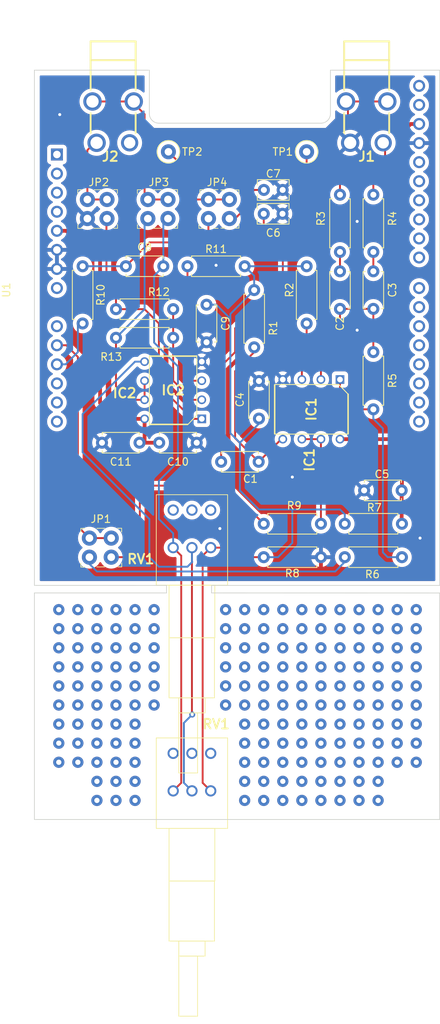
<source format=kicad_pcb>
(kicad_pcb (version 20211014) (generator pcbnew)
  (layers (0 "F.Cu" signal) (31 "B.Cu" signal) (34 "B.Paste" user) (35 "F.Paste" user) (36 "B.SilkS" user "B.Silkscreen") (37 "F.SilkS" user "F.Silkscreen") (38 "B.Mask" user) (39 "F.Mask" user) (44 "Edge.Cuts" user))
  (net 0 "")
  (net 1 "Net-(C1-Pad1)")
  (net 2 "Net-(C1-Pad2)")
  (net 3 "Net-(C2-Pad1)")
  (net 4 "Net-(C2-Pad2)")
  (net 5 "Net-(C3-Pad1)")
  (net 6 "GND")
  (net 7 "VDDA")
  (net 8 "Net-(C7-Pad1)")
  (net 9 "Net-(C8-Pad1)")
  (net 10 "+5V")
  (net 11 "Net-(IC1-Pad1)")
  (net 12 "Net-(IC1-Pad3)")
  (net 13 "Net-(IC1-Pad6)")
  (net 14 "Net-(IC2-Pad1)")
  (net 15 "Net-(IC2-Pad2)")
  (net 16 "Net-(IC2-Pad3)")
  (net 17 "Net-(IC2-Pad5)")
  (net 18 "Net-(IC2-Pad6)")
  (net 19 "Net-(J2-Pad1)")
  (net 20 "Net-(J2-Pad2)")
  (net 21 "Net-(J3-Pad2)")
  (net 22 "Net-(J6-Pad2)")
  (net 23 "Net-(J10-Pad1)")
  (net 24 "Net-(R4-Pad1)")
  (net 25 "Net-(R10-Pad1)")
  (net 31 "Net-(R3-Pad1)")
  (net 32 "Net-(C9-Pad2)")
  (net 33 "Net-(C9-Pad1)")
  (net 34 "Net-(C10-Pad2)")
  (footprint "TestPoint:TestPoint_THTPad_D1.5mm_Drill0.7mm" (layer "F.Cu") (at 105.41 156.845)
    (fp_text reference "REF**30" hide)
    (fp_text value "TestPoint_THTPad_D1.5mm_Drill0.7mm" hide)
  )
  (footprint "Capacitor_THT:C_Disc_D4.7mm_W2.5mm_P5.00mm" (layer "F.Cu") (at 99.02 127 180)
    (fp_text reference "C10")
    (fp_text value "0.1μ" hide)
  )
  (footprint "Capacitor_THT:C_Disc_D4.7mm_W2.5mm_P5.00mm" (layer "F.Cu") (at 89.575 103.505)
    (fp_text reference "C8")
    (fp_text value "0.1μ" hide)
  )
  (footprint "TestPoint:TestPoint_THTPad_D1.5mm_Drill0.7mm" (layer "F.Cu") (at 110.49 169.545)
    (fp_text reference "REF**82" hide)
    (fp_text value "TestPoint_THTPad_D1.5mm_Drill0.7mm" hide)
  )
  (footprint "TestPoint:TestPoint_THTPad_D1.5mm_Drill0.7mm" (layer "F.Cu") (at 120.65 169.545)
    (fp_text reference "REF**86" hide)
    (fp_text value "TestPoint_THTPad_D1.5mm_Drill0.7mm" hide)
  )
  (footprint "TestPoint:TestPoint_THTPad_D1.5mm_Drill0.7mm" (layer "F.Cu") (at 102.87 156.845)
    (fp_text reference "REF**30" hide)
    (fp_text value "TestPoint_THTPad_D1.5mm_Drill0.7mm" hide)
  )
  (footprint "TestPoint:TestPoint_THTPad_D1.5mm_Drill0.7mm" (layer "F.Cu") (at 128.27 156.845)
    (fp_text reference "REF**39" hide)
    (fp_text value "TestPoint_THTPad_D1.5mm_Drill0.7mm" hide)
  )
  (footprint "TestPoint:TestPoint_THTPad_D1.5mm_Drill0.7mm" (layer "F.Cu") (at 115.57 154.305)
    (fp_text reference "REF**24" hide)
    (fp_text value "TestPoint_THTPad_D1.5mm_Drill0.7mm" hide)
  )
  (footprint "TestPoint:TestPoint_THTPad_D1.5mm_Drill0.7mm" (layer "F.Cu") (at 128.27 164.465)
    (fp_text reference "REF**69" hide)
    (fp_text value "TestPoint_THTPad_D1.5mm_Drill0.7mm" hide)
  )
  (footprint "TestPoint:TestPoint_THTPad_D1.5mm_Drill0.7mm" (layer "F.Cu") (at 128.27 159.385)
    (fp_text reference "REF**49" hide)
    (fp_text value "TestPoint_THTPad_D1.5mm_Drill0.7mm" hide)
  )
  (footprint "TestPoint:TestPoint_THTPad_D1.5mm_Drill0.7mm" (layer "F.Cu") (at 110.49 164.465)
    (fp_text reference "REF**62" hide)
    (fp_text value "TestPoint_THTPad_D1.5mm_Drill0.7mm" hide)
  )
  (footprint "TestPoint:TestPoint_Loop_D2.50mm_Drill1.0mm" (layer "F.Cu") (at 113.665 88.265)
    (fp_text reference "TP1")
    (fp_text value "入力" hide)
  )
  (footprint "Library:Arduino_header" (layer "F.Cu") (at 100.715 68.305)
    (fp_text reference "U1")
    (fp_text value "Nucleo64-F446")
  )
  (footprint "TestPoint:TestPoint_THTPad_D1.5mm_Drill0.7mm" (layer "F.Cu") (at 120.65 154.305)
    (fp_text reference "REF**26" hide)
    (fp_text value "TestPoint_THTPad_D1.5mm_Drill0.7mm" hide)
  )
  (footprint "Resistor_THT:R_Axial_DIN0207_L6.3mm_D2.5mm_P7.62mm_Horizontal" (layer "F.Cu") (at 88.265 109.22)
    (fp_text reference "R12")
    (fp_text value "100k" hide)
  )
  (footprint "TestPoint:TestPoint_THTPad_D1.5mm_Drill0.7mm" (layer "F.Cu") (at 125.73 149.225)
    (fp_text reference "REF**8" hide)
    (fp_text value "TestPoint_THTPad_D1.5mm_Drill0.7mm" hide)
  )
  (footprint "Resistor_THT:R_Axial_DIN0207_L6.3mm_D2.5mm_P7.62mm_Horizontal" (layer "F.Cu") (at 83.82 111.125 90)
    (fp_text reference "R10")
    (fp_text value "6.8k" hide)
  )
  (footprint "Resistor_THT:R_Axial_DIN0207_L6.3mm_D2.5mm_P7.62mm_Horizontal" (layer "F.Cu") (at 106.68 114.3 90)
    (fp_text reference "R1")
    (fp_text value "100k" hide)
  )
  (footprint "Capacitor_THT:C_Disc_D4.7mm_W2.5mm_P5.00mm" (layer "F.Cu") (at 86.4 127)
    (fp_text reference "C11")
    (fp_text value "100μ" hide)
  )
  (footprint "RScomponents:MJ-8435" (layer "F.Cu") (at 121.666 76.0675)
    (fp_text reference "J1" hide)
    (fp_text value "MJ-8435" hide)
  )
  (footprint "TestPoint:TestPoint_THTPad_D1.5mm_Drill0.7mm" (layer "F.Cu") (at 123.19 161.925)
    (fp_text reference "REF**57" hide)
    (fp_text value "TestPoint_THTPad_D1.5mm_Drill0.7mm" hide)
  )
  (footprint "TestPoint:TestPoint_THTPad_D1.5mm_Drill0.7mm" (layer "F.Cu") (at 115.57 174.625)
    (fp_text reference "REF**104" hide)
    (fp_text value "TestPoint_THTPad_D1.5mm_Drill0.7mm" hide)
  )
  (footprint "TestPoint:TestPoint_THTPad_D1.5mm_Drill0.7mm" (layer "F.Cu") (at 118.11 174.625)
    (fp_text reference "REF**105" hide)
    (fp_text value "TestPoint_THTPad_D1.5mm_Drill0.7mm" hide)
  )
  (footprint "Resistor_THT:R_Axial_DIN0207_L6.3mm_D2.5mm_P7.62mm_Horizontal" (layer "F.Cu") (at 118.11 93.98 -90)
    (fp_text reference "R3")
    (fp_text value "47k" hide)
  )
  (footprint "TestPoint:TestPoint_THTPad_D1.5mm_Drill0.7mm" (layer "F.Cu") (at 118.11 169.545)
    (fp_text reference "REF**85" hide)
    (fp_text value "TestPoint_THTPad_D1.5mm_Drill0.7mm" hide)
  )
  (footprint "TestPoint:TestPoint_THTPad_D1.5mm_Drill0.7mm" (layer "F.Cu") (at 120.65 161.925)
    (fp_text reference "REF**56" hide)
    (fp_text value "TestPoint_THTPad_D1.5mm_Drill0.7mm" hide)
  )
  (footprint "TestPoint:TestPoint_THTPad_D1.5mm_Drill0.7mm" (layer "F.Cu") (at 107.95 164.465)
    (fp_text reference "REF**61" hide)
    (fp_text value "TestPoint_THTPad_D1.5mm_Drill0.7mm" hide)
  )
  (footprint "TestPoint:TestPoint_THTPad_D1.5mm_Drill0.7mm" (layer "F.Cu") (at 88.265 159.385)
    (fp_text reference "REF**46" hide)
    (fp_text value "TestPoint_THTPad_D1.5mm_Drill0.7mm" hide)
  )
  (footprint "TestPoint:TestPoint_THTPad_D1.5mm_Drill0.7mm" (layer "F.Cu") (at 107.95 149.225)
    (fp_text reference "REF**1" hide)
    (fp_text value "TestPoint_THTPad_D1.5mm_Drill0.7mm" hide)
  )
  (footprint "TestPoint:TestPoint_THTPad_D1.5mm_Drill0.7mm" (layer "F.Cu") (at 90.805 172.085)
    (fp_text reference "REF**97" hide)
    (fp_text value "TestPoint_THTPad_D1.5mm_Drill0.7mm" hide)
  )
  (footprint "TestPoint:TestPoint_THTPad_D1.5mm_Drill0.7mm" (layer "F.Cu") (at 88.265 172.085)
    (fp_text reference "REF**96" hide)
    (fp_text value "TestPoint_THTPad_D1.5mm_Drill0.7mm" hide)
  )
  (footprint "Capacitor_THT:C_Disc_D4.7mm_W2.5mm_P5.00mm" (layer "F.Cu") (at 107.275 129.54 180)
    (fp_text reference "C1")
    (fp_text value "0.1μ" hide)
  )
  (footprint "TestPoint:TestPoint_THTPad_D1.5mm_Drill0.7mm" (layer "F.Cu") (at 85.725 149.225)
    (fp_text reference "REF**5" hide)
    (fp_text value "TestPoint_THTPad_D1.5mm_Drill0.7mm" hide)
  )
  (footprint "TestPoint:TestPoint_THTPad_D1.5mm_Drill0.7mm" (layer "F.Cu") (at 115.57 156.845)
    (fp_text reference "REF**34" hide)
    (fp_text value "TestPoint_THTPad_D1.5mm_Drill0.7mm" hide)
  )
  (footprint "TestPoint:TestPoint_THTPad_D1.5mm_Drill0.7mm" (layer "F.Cu") (at 115.57 169.545)
    (fp_text reference "REF**84" hide)
    (fp_text value "TestPoint_THTPad_D1.5mm_Drill0.7mm" hide)
  )
  (footprint "TestPoint:TestPoint_THTPad_D1.5mm_Drill0.7mm" (layer "F.Cu") (at 107.95 161.925)
    (fp_text reference "REF**51" hide)
    (fp_text value "TestPoint_THTPad_D1.5mm_Drill0.7mm" hide)
  )
  (footprint "digikey-footprints:PinHeader_1x2_P2.54mm_Drill1.02mm" (layer "F.Cu") (at 100.585 97.155 90)
    (fp_text reference "JP4")
    (fp_text value "22-23-2021" hide)
  )
  (footprint "TestPoint:TestPoint_THTPad_D1.5mm_Drill0.7mm" (layer "F.Cu") (at 90.805 156.845)
    (fp_text reference "REF**37" hide)
    (fp_text value "TestPoint_THTPad_D1.5mm_Drill0.7mm" hide)
  )
  (footprint "TestPoint:TestPoint_THTPad_D1.5mm_Drill0.7mm" (layer "F.Cu") (at 118.11 159.385)
    (fp_text reference "REF**45" hide)
    (fp_text value "TestPoint_THTPad_D1.5mm_Drill0.7mm" hide)
  )
  (footprint "TestPoint:TestPoint_THTPad_D1.5mm_Drill0.7mm" (layer "F.Cu") (at 83.185 167.005)
    (fp_text reference "REF**74" hide)
    (fp_text value "TestPoint_THTPad_D1.5mm_Drill0.7mm" hide)
  )
  (footprint "TestPoint:TestPoint_THTPad_D1.5mm_Drill0.7mm" (layer "F.Cu") (at 110.49 174.625)
    (fp_text reference "REF**102" hide)
    (fp_text value "TestPoint_THTPad_D1.5mm_Drill0.7mm" hide)
  )
  (footprint "TestPoint:TestPoint_THTPad_D1.5mm_Drill0.7mm" (layer "F.Cu") (at 80.645 167.005)
    (fp_text reference "REF**73" hide)
    (fp_text value "TestPoint_THTPad_D1.5mm_Drill0.7mm" hide)
  )
  (footprint "TestPoint:TestPoint_THTPad_D1.5mm_Drill0.7mm" (layer "F.Cu") (at 123.19 151.765)
    (fp_text reference "REF**17" hide)
    (fp_text value "TestPoint_THTPad_D1.5mm_Drill0.7mm" hide)
  )
  (footprint "TestPoint:TestPoint_THTPad_D1.5mm_Drill0.7mm" (layer "F.Cu") (at 113.03 172.085)
    (fp_text reference "REF**93" hide)
    (fp_text value "TestPoint_THTPad_D1.5mm_Drill0.7mm" hide)
  )
  (footprint "TestPoint:TestPoint_THTPad_D1.5mm_Drill0.7mm" (layer "F.Cu") (at 105.41 161.925)
    (fp_text reference "REF**50" hide)
    (fp_text value "TestPoint_THTPad_D1.5mm_Drill0.7mm" hide)
  )
  (footprint "TestPoint:TestPoint_THTPad_D1.5mm_Drill0.7mm" (layer "F.Cu") (at 123.19 167.005)
    (fp_text reference "REF**77" hide)
    (fp_text value "TestPoint_THTPad_D1.5mm_Drill0.7mm" hide)
  )
  (footprint "TestPoint:TestPoint_THTPad_D1.5mm_Drill0.7mm" (layer "F.Cu") (at 85.725 172.085)
    (fp_text reference "REF**95" hide)
    (fp_text value "TestPoint_THTPad_D1.5mm_Drill0.7mm" hide)
  )
  (footprint "TestPoint:TestPoint_THTPad_D1.5mm_Drill0.7mm" (layer "F.Cu") (at 123.19 174.625)
    (fp_text reference "REF**107" hide)
    (fp_text value "TestPoint_THTPad_D1.5mm_Drill0.7mm" hide)
  )
  (footprint "TestPoint:TestPoint_THTPad_D1.5mm_Drill0.7mm" (layer "F.Cu") (at 88.265 149.225)
    (fp_text reference "REF**6" hide)
    (fp_text value "TestPoint_THTPad_D1.5mm_Drill0.7mm" hide)
  )
  (footprint "Resistor_THT:R_Axial_DIN0207_L6.3mm_D2.5mm_P7.62mm_Horizontal" (layer "F.Cu") (at 115.57 137.795 180)
    (fp_text reference "R9")
    (fp_text value "22" hide)
  )
  (footprint "TestPoint:TestPoint_THTPad_D1.5mm_Drill0.7mm" (layer "F.Cu") (at 85.725 151.765)
    (fp_text reference "REF**15" hide)
    (fp_text value "TestPoint_THTPad_D1.5mm_Drill0.7mm" hide)
  )
  (footprint "TestPoint:TestPoint_THTPad_D1.5mm_Drill0.7mm" (layer "F.Cu") (at 80.645 149.225)
    (fp_text reference "REF**3" hide)
    (fp_text value "TestPoint_THTPad_D1.5mm_Drill0.7mm" hide)
  )
  (footprint "TestPoint:TestPoint_THTPad_D1.5mm_Drill0.7mm" (layer "F.Cu") (at 88.265 174.625)
    (fp_text reference "REF**106" hide)
    (fp_text value "TestPoint_THTPad_D1.5mm_Drill0.7mm" hide)
  )
  (footprint "TestPoint:TestPoint_THTPad_D1.5mm_Drill0.7mm" (layer "F.Cu") (at 110.49 172.085)
    (fp_text reference "REF**92" hide)
    (fp_text value "TestPoint_THTPad_D1.5mm_Drill0.7mm" hide)
  )
  (footprint "TestPoint:TestPoint_THTPad_D1.5mm_Drill0.7mm" (layer "F.Cu") (at 113.03 156.845)
    (fp_text reference "REF**33" hide)
    (fp_text value "TestPoint_THTPad_D1.5mm_Drill0.7mm" hide)
  )
  (footprint "TestPoint:TestPoint_THTPad_D1.5mm_Drill0.7mm" (layer "F.Cu") (at 118.11 161.925)
    (fp_text reference "REF**55" hide)
    (fp_text value "TestPoint_THTPad_D1.5mm_Drill0.7mm" hide)
  )
  (footprint "TestPoint:TestPoint_THTPad_D1.5mm_Drill0.7mm" (layer "F.Cu") (at 125.73 159.385)
    (fp_text reference "REF**48" hide)
    (fp_text value "TestPoint_THTPad_D1.5mm_Drill0.7mm" hide)
  )
  (footprint "TestPoint:TestPoint_THTPad_D1.5mm_Drill0.7mm" (layer "F.Cu") (at 125.73 156.845)
    (fp_text reference "REF**38" hide)
    (fp_text value "TestPoint_THTPad_D1.5mm_Drill0.7mm" hide)
  )
  (footprint "TestPoint:TestPoint_THTPad_D1.5mm_Drill0.7mm" (layer "F.Cu") (at 115.57 167.005)
    (fp_text reference "REF**74" hide)
    (fp_text value "TestPoint_THTPad_D1.5mm_Drill0.7mm" hide)
  )
  (footprint "TestPoint:TestPoint_Loop_D2.50mm_Drill1.0mm" (layer "F.Cu") (at 95.25 88.265)
    (fp_text reference "TP2")
    (fp_text value "出力" hide)
  )
  (footprint "TestPoint:TestPoint_THTPad_D1.5mm_Drill0.7mm" (layer "F.Cu") (at 90.805 161.925)
    (fp_text reference "REF**57" hide)
    (fp_text value "TestPoint_THTPad_D1.5mm_Drill0.7mm" hide)
  )
  (footprint "TestPoint:TestPoint_THTPad_D1.5mm_Drill0.7mm" (layer "F.Cu") (at 123.19 154.305)
    (fp_text reference "REF**27" hide)
    (fp_text value "TestPoint_THTPad_D1.5mm_Drill0.7mm" hide)
  )
  (footprint "TestPoint:TestPoint_THTPad_D1.5mm_Drill0.7mm" (layer "F.Cu") (at 128.27 151.765)
    (fp_text reference "REF**19" hide)
    (fp_text value "TestPoint_THTPad_D1.5mm_Drill0.7mm" hide)
  )
  (footprint "TestPoint:TestPoint_THTPad_D1.5mm_Drill0.7mm" (layer "F.Cu") (at 125.73 154.305)
    (fp_text reference "REF**28" hide)
    (fp_text value "TestPoint_THTPad_D1.5mm_Drill0.7mm" hide)
  )
  (footprint "TestPoint:TestPoint_THTPad_D1.5mm_Drill0.7mm" (layer "F.Cu") (at 110.49 159.385)
    (fp_text reference "REF**42" hide)
    (fp_text value "TestPoint_THTPad_D1.5mm_Drill0.7mm" hide)
  )
  (footprint "TestPoint:TestPoint_THTPad_D1.5mm_Drill0.7mm" (layer "F.Cu") (at 107.95 172.085)
    (fp_text reference "REF**91" hide)
    (fp_text value "TestPoint_THTPad_D1.5mm_Drill0.7mm" hide)
  )
  (footprint "TestPoint:TestPoint_THTPad_D1.5mm_Drill0.7mm" (layer "F.Cu") (at 85.725 161.925)
    (fp_text reference "REF**55" hide)
    (fp_text value "TestPoint_THTPad_D1.5mm_Drill0.7mm" hide)
  )
  (footprint "TestPoint:TestPoint_THTPad_D1.5mm_Drill0.7mm" (layer "F.Cu") (at 118.11 156.845)
    (fp_text reference "REF**35" hide)
    (fp_text value "TestPoint_THTPad_D1.5mm_Drill0.7mm" hide)
  )
  (footprint "TestPoint:TestPoint_THTPad_D1.5mm_Drill0.7mm" (layer "F.Cu") (at 113.03 167.005)
    (fp_text reference "REF**73" hide)
    (fp_text value "TestPoint_THTPad_D1.5mm_Drill0.7mm" hide)
  )
  (footprint "Capacitor_THT:C_Rect_L4.0mm_W2.5mm_P2.50mm" (layer "F.Cu") (at 107.97 93.345)
    (fp_text reference "C7")
    (fp_text value "0.001μ(mila)" hide)
  )
  (footprint "TestPoint:TestPoint_THTPad_D1.5mm_Drill0.7mm" (layer "F.Cu") (at 123.19 172.085)
    (fp_text reference "REF**97" hide)
    (fp_text value "TestPoint_THTPad_D1.5mm_Drill0.7mm" hide)
  )
  (footprint "RScomponents:MJ-8435" (layer "F.Cu") (at 87.884 76.0675)
    (fp_text reference "J2")
    (fp_text value "MJ-8435" hide)
  )
  (footprint "Resistor_THT:R_Axial_DIN0207_L6.3mm_D2.5mm_P7.62mm_Horizontal" (layer "F.Cu") (at 118.745 142.24)
    (fp_text reference "R6")
    (fp_text value "22" hide)
  )
  (footprint "TestPoint:TestPoint_THTPad_D1.5mm_Drill0.7mm" (layer "F.Cu") (at 128.27 167.005)
    (fp_text reference "REF**79" hide)
    (fp_text value "TestPoint_THTPad_D1.5mm_Drill0.7mm" hide)
  )
  (footprint "TestPoint:TestPoint_THTPad_D1.5mm_Drill0.7mm" (layer "F.Cu") (at 105.41 154.305)
    (fp_text reference "REF**20" hide)
    (fp_text value "TestPoint_THTPad_D1.5mm_Drill0.7mm" hide)
  )
  (footprint "digikey-footprints:PinHeader_1x2_P2.54mm_Drill1.02mm" (layer "F.Cu") (at 95.195 97.1525 90)
    (fp_text reference "JP3")
    (fp_text value "22-23-2021" hide)
  )
  (footprint "TestPoint:TestPoint_THTPad_D1.5mm_Drill0.7mm" (layer "F.Cu") (at 105.41 167.005)
    (fp_text reference "REF**70" hide)
    (fp_text value "TestPoint_THTPad_D1.5mm_Drill0.7mm" hide)
  )
  (footprint "TestPoint:TestPoint_THTPad_D1.5mm_Drill0.7mm" (layer "F.Cu") (at 83.185 156.845)
    (fp_text reference "REF**34" hide)
    (fp_text value "TestPoint_THTPad_D1.5mm_Drill0.7mm" hide)
  )
  (footprint "TestPoint:TestPoint_THTPad_D1.5mm_Drill0.7mm" (layer "F.Cu") (at 93.345 161.925)
    (fp_text reference "REF**50" hide)
    (fp_text value "TestPoint_THTPad_D1.5mm_Drill0.7mm" hide)
  )
  (footprint "TestPoint:TestPoint_THTPad_D1.5mm_Drill0.7mm" (layer "F.Cu") (at 120.65 167.005)
    (fp_text reference "REF**76" hide)
    (fp_text value "TestPoint_THTPad_D1.5mm_Drill0.7mm" hide)
  )
  (footprint "TestPoint:TestPoint_THTPad_D1.5mm_Drill0.7mm" (layer "F.Cu") (at 120.65 149.225)
    (fp_text reference "REF**6" hide)
    (fp_text value "TestPoint_THTPad_D1.5mm_Drill0.7mm" hide)
  )
  (footprint "TestPoint:TestPoint_THTPad_D1.5mm_Drill0.7mm" (layer "F.Cu") (at 118.11 154.305)
    (fp_text reference "REF**25" hide)
    (fp_text value "TestPoint_THTPad_D1.5mm_Drill0.7mm" hide)
  )
  (footprint "TestPoint:TestPoint_THTPad_D1.5mm_Drill0.7mm" (layer "F.Cu") (at 102.87 159.385)
    (fp_text reference "REF**40" hide)
    (fp_text value "TestPoint_THTPad_D1.5mm_Drill0.7mm" hide)
  )
  (footprint "digikey-footprints:PinHeader_1x2_P2.54mm_Drill1.02mm" (layer "F.Cu") (at 87.63 142.24 90)
    (fp_text reference "JP1")
    (fp_text value "22-23-2021" hide)
  )
  (footprint "TestPoint:TestPoint_THTPad_D1.5mm_Drill0.7mm" (layer "F.Cu") (at 120.65 156.845)
    (fp_text reference "REF**36" hide)
    (fp_text value "TestPoint_THTPad_D1.5mm_Drill0.7mm" hide)
  )
  (footprint "TestPoint:TestPoint_THTPad_D1.5mm_Drill0.7mm" (layer "F.Cu") (at 83.185 159.385)
    (fp_text reference "REF**44" hide)
    (fp_text value "TestPoint_THTPad_D1.5mm_Drill0.7mm" hide)
  )
  (footprint "TestPoint:TestPoint_THTPad_D1.5mm_Drill0.7mm" (layer "F.Cu") (at 83.185 154.305)
    (fp_text reference "REF**24" hide)
    (fp_text value "TestPoint_THTPad_D1.5mm_Drill0.7mm" hide)
  )
  (footprint "TestPoint:TestPoint_THTPad_D1.5mm_Drill0.7mm" (layer "F.Cu") (at 125.73 169.545)
    (fp_text reference "REF**88" hide)
    (fp_text value "TestPoint_THTPad_D1.5mm_Drill0.7mm" hide)
  )
  (footprint "TestPoint:TestPoint_THTPad_D1.5mm_Drill0.7mm" (layer "F.Cu") (at 107.95 156.845)
    (fp_text reference "REF**31" hide)
    (fp_text value "TestPoint_THTPad_D1.5mm_Drill0.7mm" hide)
  )
  (footprint "TestPoint:TestPoint_THTPad_D1.5mm_Drill0.7mm" (layer "F.Cu") (at 123.19 169.545)
    (fp_text reference "REF**87" hide)
    (fp_text value "TestPoint_THTPad_D1.5mm_Drill0.7mm" hide)
  )
  (footprint "MountingHole:MountingHole_2.5mm" (layer "F.Cu") (at 127.254 173.482)
    (fp_text reference "REF**" hide)
    (fp_text value "MountingHole_2.5mm" hide)
  )
  (footprint "TestPoint:TestPoint_THTPad_D1.5mm_Drill0.7mm" (layer "F.Cu") (at 83.185 149.225)
    (fp_text reference "REF**4" hide)
    (fp_text value "TestPoint_THTPad_D1.5mm_Drill0.7mm" hide)
  )
  (footprint "Resistor_THT:R_Axial_DIN0207_L6.3mm_D2.5mm_P7.62mm_Horizontal" (layer "F.Cu") (at 126.365 137.795 180)
    (fp_text reference "R7")
    (fp_text value "220k" hide)
  )
  (footprint "TestPoint:TestPoint_THTPad_D1.5mm_Drill0.7mm" (layer "F.Cu") (at 125.73 151.765)
    (fp_text reference "REF**18" hide)
    (fp_text value "TestPoint_THTPad_D1.5mm_Drill0.7mm" hide)
  )
  (footprint "TestPoint:TestPoint_THTPad_D1.5mm_Drill0.7mm" (layer "F.Cu") (at 107.95 151.765)
    (fp_text reference "REF**11" hide)
    (fp_text value "TestPoint_THTPad_D1.5mm_Drill0.7mm" hide)
  )
  (footprint "TestPoint:TestPoint_THTPad_D1.5mm_Drill0.7mm" (layer "F.Cu") (at 123.19 149.225)
    (fp_text reference "REF**7" hide)
    (fp_text value "TestPoint_THTPad_D1.5mm_Drill0.7mm" hide)
  )
  (footprint "TestPoint:TestPoint_THTPad_D1.5mm_Drill0.7mm" (layer "F.Cu") (at 88.265 154.305)
    (fp_text reference "REF**26" hide)
    (fp_text value "TestPoint_THTPad_D1.5mm_Drill0.7mm" hide)
  )
  (footprint "TestPoint:TestPoint_THTPad_D1.5mm_Drill0.7mm" (layer "F.Cu") (at 88.265 151.765)
    (fp_text reference "REF**16" hide)
    (fp_text value "TestPoint_THTPad_D1.5mm_Drill0.7mm" hide)
  )
  (footprint "TestPoint:TestPoint_THTPad_D1.5mm_Drill0.7mm" (layer "F.Cu") (at 102.87 161.925)
    (fp_text reference "REF**50" hide)
    (fp_text value "TestPoint_THTPad_D1.5mm_Drill0.7mm" hide)
  )
  (footprint "TestPoint:TestPoint_THTPad_D1.5mm_Drill0.7mm" (layer "F.Cu") (at 102.87 149.225)
    (fp_text reference "REF**" hide)
    (fp_text value "TestPoint_THTPad_D1.5mm_Drill0.7mm" hide)
  )
  (footprint "TestPoint:TestPoint_THTPad_D1.5mm_Drill0.7mm" (layer "F.Cu") (at 93.345 159.385)
    (fp_text reference "REF**40" hide)
    (fp_text value "TestPoint_THTPad_D1.5mm_Drill0.7mm" hide)
  )
  (footprint "Resistor_THT:R_Axial_DIN0207_L6.3mm_D2.5mm_P7.62mm_Horizontal" (layer "F.Cu") (at 107.95 142.24)
    (fp_text reference "R8")
    (fp_text value "220k" hide)
  )
  (footprint "TestPoint:TestPoint_THTPad_D1.5mm_Drill0.7mm" (layer "F.Cu") (at 105.41 159.385)
    (fp_text reference "REF**40" hide)
    (fp_text value "TestPoint_THTPad_D1.5mm_Drill0.7mm" hide)
  )
  (footprint "Resistor_THT:R_Axial_DIN0207_L6.3mm_D2.5mm_P7.62mm_Horizontal" (layer "F.Cu") (at 88.265 113.03)
    (fp_text reference "R13")
    (fp_text value "100k" hide)
  )
  (footprint "TestPoint:TestPoint_THTPad_D1.5mm_Drill0.7mm" (layer "F.Cu") (at 120.65 159.385)
    (fp_text reference "REF**46" hide)
    (fp_text value "TestPoint_THTPad_D1.5mm_Drill0.7mm" hide)
  )
  (footprint "Resistor_THT:R_Axial_DIN0207_L6.3mm_D2.5mm_P7.62mm_Horizontal" (layer "F.Cu") (at 105.41 103.505 180)
    (fp_text reference "R11")
    (fp_text value "100k" hide)
  )
  (footprint "TestPoint:TestPoint_THTPad_D1.5mm_Drill0.7mm" (layer "F.Cu") (at 115.57 172.085)
    (fp_text reference "REF**94" hide)
    (fp_text value "TestPoint_THTPad_D1.5mm_Drill0.7mm" hide)
  )
  (footprint "TestPoint:TestPoint_THTPad_D1.5mm_Drill0.7mm" (layer "F.Cu") (at 118.11 172.085)
    (fp_text reference "REF**95" hide)
    (fp_text value "TestPoint_THTPad_D1.5mm_Drill0.7mm" hide)
  )
  (footprint "TestPoint:TestPoint_THTPad_D1.5mm_Drill0.7mm" (layer "F.Cu") (at 118.11 151.765)
    (fp_text reference "REF**15" hide)
    (fp_text value "TestPoint_THTPad_D1.5mm_Drill0.7mm" hide)
  )
  (footprint "TestPoint:TestPoint_THTPad_D1.5mm_Drill0.7mm" (layer "F.Cu") (at 90.805 159.385)
    (fp_text reference "REF**47" hide)
    (fp_text value "TestPoint_THTPad_D1.5mm_Drill0.7mm" hide)
  )
  (footprint "TestPoint:TestPoint_THTPad_D1.5mm_Drill0.7mm" (layer "F.Cu") (at 80.645 159.385)
    (fp_text reference "REF**43" hide)
    (fp_text value "TestPoint_THTPad_D1.5mm_Drill0.7mm" hide)
  )
  (footprint "TestPoint:TestPoint_THTPad_D1.5mm_Drill0.7mm" (layer "F.Cu") (at 83.185 151.765)
    (fp_text reference "REF**14" hide)
    (fp_text value "TestPoint_THTPad_D1.5mm_Drill0.7mm" hide)
  )
  (footprint "TestPoint:TestPoint_THTPad_D1.5mm_Drill0.7mm" (layer "F.Cu") (at 113.03 161.925)
    (fp_text reference "REF**53" hide)
    (fp_text value "TestPoint_THTPad_D1.5mm_Drill0.7mm" hide)
  )
  (footprint "TestPoint:TestPoint_THTPad_D1.5mm_Drill0.7mm" (layer "F.Cu") (at 107.95 154.305)
    (fp_text reference "REF**21" hide)
    (fp_text value "TestPoint_THTPad_D1.5mm_Drill0.7mm" hide)
  )
  (footprint "digikey-footprints:PinHeader_1x2_P2.54mm_Drill1.02mm" (layer "F.Cu") (at 84.7235 139.7 -90)
    (fp_text reference "J3" hide)
    (fp_text value "22-23-2021" hide)
  )
  (footprint "TestPoint:TestPoint_THTPad_D1.5mm_Drill0.7mm" (layer "F.Cu") (at 90.805 167.005)
    (fp_text reference "REF**77" hide)
    (fp_text value "TestPoint_THTPad_D1.5mm_Drill0.7mm" hide)
  )
  (footprint "TestPoint:TestPoint_THTPad_D1.5mm_Drill0.7mm" (layer "F.Cu") (at 115.57 164.465)
    (fp_text reference "REF**64" hide)
    (fp_text value "TestPoint_THTPad_D1.5mm_Drill0.7mm" hide)
  )
  (footprint "TestPoint:TestPoint_THTPad_D1.5mm_Drill0.7mm" (layer "F.Cu") (at 125.73 161.925)
    (fp_text reference "REF**58" hide)
    (fp_text value "TestPoint_THTPad_D1.5mm_Drill0.7mm" hide)
  )
  (footprint "TestPoint:TestPoint_THTPad_D1.5mm_Drill0.7mm" (layer "F.Cu") (at 123.19 156.845)
    (fp_text reference "REF**37" hide)
    (fp_text value "TestPoint_THTPad_D1.5mm_Drill0.7mm" hide)
  )
  (footprint "TestPoint:TestPoint_THTPad_D1.5mm_Drill0.7mm" (layer "F.Cu") (at 105.41 169.545)
    (fp_text reference "REF**80" hide)
    (fp_text value "TestPoint_THTPad_D1.5mm_Drill0.7mm" hide)
  )
  (footprint "TestPoint:TestPoint_THTPad_D1.5mm_Drill0.7mm" (layer "F.Cu") (at 128.27 154.305)
    (fp_text reference "REF**29" hide)
    (fp_text value "TestPoint_THTPad_D1.5mm_Drill0.7mm" hide)
  )
  (footprint "TestPoint:TestPoint_THTPad_D1.5mm_Drill0.7mm" (layer "F.Cu") (at 115.57 159.385)
    (fp_text reference "REF**44" hide)
    (fp_text value "TestPoint_THTPad_D1.5mm_Drill0.7mm" hide)
  )
  (footprint "TestPoint:TestPoint_THTPad_D1.5mm_Drill0.7mm" (layer "F.Cu") (at 105.41 172.085)
    (fp_text reference "REF**90" hide)
    (fp_text value "TestPoint_THTPad_D1.5mm_Drill0.7mm" hide)
  )
  (footprint "TestPoint:TestPoint_THTPad_D1.5mm_Drill0.7mm" (layer "F.Cu") (at 118.11 164.465)
    (fp_text reference "REF**65" hide)
    (fp_text value "TestPoint_THTPad_D1.5mm_Drill0.7mm" hide)
  )
  (footprint "TestPoint:TestPoint_THTPad_D1.5mm_Drill0.7mm" (layer "F.Cu") (at 102.87 151.765)
    (fp_text reference "REF**10" hide)
    (fp_text value "TestPoint_THTPad_D1.5mm_Drill0.7mm" hide)
  )
  (footprint "digikey-footprints:PinHeader_1x2_P2.54mm_Drill1.02mm" (layer "F.Cu") (at 103.374 97.155 90)
    (fp_text reference "J5" hide)
    (fp_text value "22-23-2021" hide)
  )
  (footprint "TestPoint:TestPoint_THTPad_D1.5mm_Drill0.7mm" (layer "F.Cu") (at 113.03 151.765)
    (fp_text reference "REF**13" hide)
    (fp_text value "TestPoint_THTPad_D1.5mm_Drill0.7mm" hide)
  )
  (footprint "TestPoint:TestPoint_THTPad_D1.5mm_Drill0.7mm" (layer "F.Cu") (at 118.11 167.005)
    (fp_text reference "REF**75" hide)
    (fp_text value "TestPoint_THTPad_D1.5mm_Drill0.7mm" hide)
  )
  (footprint "TestPoint:TestPoint_THTPad_D1.5mm_Drill0.7mm" (layer "F.Cu") (at 123.19 164.465)
    (fp_text reference "REF**67" hide)
    (fp_text value "TestPoint_THTPad_D1.5mm_Drill0.7mm" hide)
  )
  (footprint "TestPoint:TestPoint_THTPad_D1.5mm_Drill0.7mm" (layer "F.Cu") (at 83.185 169.545)
    (fp_text reference "REF**84" hide)
    (fp_text value "TestPoint_THTPad_D1.5mm_Drill0.7mm" hide)
  )
  (footprint "TestPoint:TestPoint_THTPad_D1.5mm_Drill0.7mm" (layer "F.Cu") (at 128.27 161.925)
    (fp_text reference "REF**59" hide)
    (fp_text value "TestPoint_THTPad_D1.5mm_Drill0.7mm" hide)
  )
  (footprint "TestPoint:TestPoint_THTPad_D1.5mm_Drill0.7mm" (layer "F.Cu") (at 105.41 174.625)
    (fp_text reference "REF**100" hide)
    (fp_text value "TestPoint_THTPad_D1.5mm_Drill0.7mm" hide)
  )
  (footprint "TestPoint:TestPoint_THTPad_D1.5mm_Drill0.7mm" (layer "F.Cu") (at 115.57 151.765)
    (fp_text reference "REF**14" hide)
    (fp_text value "TestPoint_THTPad_D1.5mm_Drill0.7mm" hide)
  )
  (footprint "TestPoint:TestPoint_THTPad_D1.5mm_Drill0.7mm" (layer "F.Cu") (at 90.805 174.625)
    (fp_text reference "REF**107" hide)
    (fp_text value "TestPoint_THTPad_D1.5mm_Drill0.7mm" hide)
  )
  (footprint "TestPoint:TestPoint_THTPad_D1.5mm_Drill0.7mm" (layer "F.Cu") (at 115.57 149.225)
    (fp_text reference "REF**4" hide)
    (fp_text value "TestPoint_THTPad_D1.5mm_Drill0.7mm" hide)
  )
  (footprint "TestPoint:TestPoint_THTPad_D1.5mm_Drill0.7mm" (layer "F.Cu") (at 115.57 161.925)
    (fp_text reference "REF**54" hide)
    (fp_text value "TestPoint_THTPad_D1.5mm_Drill0.7mm" hide)
  )
  (footprint "TestPoint:TestPoint_THTPad_D1.5mm_Drill0.7mm" (layer "F.Cu") (at 88.265 156.845)
    (fp_text reference "REF**36" hide)
    (fp_text value "TestPoint_THTPad_D1.5mm_Drill0.7mm" hide)
  )
  (footprint "TestPoint:TestPoint_THTPad_D1.5mm_Drill0.7mm" (layer "F.Cu") (at 80.645 164.465)
    (fp_text reference "REF**63" hide)
    (fp_text value "TestPoint_THTPad_D1.5mm_Drill0.7mm" hide)
  )
  (footprint "TestPoint:TestPoint_THTPad_D1.5mm_Drill0.7mm" (layer "F.Cu") (at 110.49 161.925)
    (fp_text reference "REF**52" hide)
    (fp_text value "TestPoint_THTPad_D1.5mm_Drill0.7mm" hide)
  )
  (footprint "TestPoint:TestPoint_THTPad_D1.5mm_Drill0.7mm" (layer "F.Cu") (at 85.725 159.385)
    (fp_text reference "REF**45" hide)
    (fp_text value "TestPoint_THTPad_D1.5mm_Drill0.7mm" hide)
  )
  (footprint "TestPoint:TestPoint_THTPad_D1.5mm_Drill0.7mm" (layer "F.Cu") (at 85.725 164.465)
    (fp_text reference "REF**65" hide)
    (fp_text value "TestPoint_THTPad_D1.5mm_Drill0.7mm" hide)
  )
  (footprint "TestPoint:TestPoint_THTPad_D1.5mm_Drill0.7mm" (layer "F.Cu") (at 123.19 159.385)
    (fp_text reference "REF**47" hide)
    (fp_text value "TestPoint_THTPad_D1.5mm_Drill0.7mm" hide)
  )
  (footprint "Capacitor_THT:C_Rect_L4.0mm_W2.5mm_P2.50mm" (layer "F.Cu") (at 107.95 96.52)
    (fp_text reference "C6")
    (fp_text value "0.0047μ(mila)" hide)
  )
  (footprint "Capacitor_THT:C_Disc_D4.7mm_W2.5mm_P5.00mm" (layer "F.Cu") (at 122.555 104.18 -90)
    (fp_text reference "C3")
    (fp_text value "1μ" hide)
  )
  (footprint "TestPoint:TestPoint_THTPad_D1.5mm_Drill0.7mm" (layer "F.Cu") (at 80.645 161.925)
    (fp_text reference "REF**53" hide)
    (fp_text value "TestPoint_THTPad_D1.5mm_Drill0.7mm" hide)
  )
  (footprint "TestPoint:TestPoint_THTPad_D1.5mm_Drill0.7mm" (layer "F.Cu") (at 80.645 154.305)
    (fp_text reference "REF**23" hide)
    (fp_text value "TestPoint_THTPad_D1.5mm_Drill0.7mm" hide)
  )
  (footprint "RScomponents:RK097221004C" (layer "F.Cu") (at 95.885 173.355 -90)
    (fp_text reference "RV1")
    (fp_text value "R_Potentiometer" hide)
  )
  (footprint "TestPoint:TestPoint_THTPad_D1.5mm_Drill0.7mm" (layer "F.Cu") (at 120.65 151.765)
    (fp_text reference "REF**16" hide)
    (fp_text value "TestPoint_THTPad_D1.5mm_Drill0.7mm" hide)
  )
  (footprint "TestPoint:TestPoint_THTPad_D1.5mm_Drill0.7mm" (layer "F.Cu") (at 113.03 164.465)
    (fp_text reference "REF**63" hide)
    (fp_text value "TestPoint_THTPad_D1.5mm_Drill0.7mm" hide)
  )
  (footprint "TestPoint:TestPoint_THTPad_D1.5mm_Drill0.7mm" (layer "F.Cu") (at 90.805 169.545)
    (fp_text reference "REF**87" hide)
    (fp_text value "TestPoint_THTPad_D1.5mm_Drill0.7mm" hide)
  )
  (footprint "TestPoint:TestPoint_THTPad_D1.5mm_Drill0.7mm" (layer "F.Cu") (at 90.805 154.305)
    (fp_text reference "REF**27" hide)
    (fp_text value "TestPoint_THTPad_D1.5mm_Drill0.7mm" hide)
  )
  (footprint "TestPoint:TestPoint_THTPad_D1.5mm_Drill0.7mm" (layer "F.Cu") (at 102.87 154.305)
    (fp_text reference "REF**20" hide)
    (fp_text value "TestPoint_THTPad_D1.5mm_Drill0.7mm" hide)
  )
  (footprint "TestPoint:TestPoint_THTPad_D1.5mm_Drill0.7mm" (layer "F.Cu") (at 105.41 164.465)
    (fp_text reference "REF**60" hide)
    (fp_text value "TestPoint_THTPad_D1.5mm_Drill0.7mm" hide)
  )
  (footprint "TestPoint:TestPoint_THTPad_D1.5mm_Drill0.7mm" (layer "F.Cu") (at 110.49 151.765)
    (fp_text reference "REF**12" hide)
    (fp_text value "TestPoint_THTPad_D1.5mm_Drill0.7mm" hide)
  )
  (footprint "TestPoint:TestPoint_THTPad_D1.5mm_Drill0.7mm" (layer "F.Cu") (at 88.265 164.465)
    (fp_text reference "REF**66" hide)
    (fp_text value "TestPoint_THTPad_D1.5mm_Drill0.7mm" hide)
  )
  (footprint "TestPoint:TestPoint_THTPad_D1.5mm_Drill0.7mm" (layer "F.Cu") (at 105.41 151.765)
    (fp_text reference "REF**10" hide)
    (fp_text value "TestPoint_THTPad_D1.5mm_Drill0.7mm" hide)
  )
  (footprint "TestPoint:TestPoint_THTPad_D1.5mm_Drill0.7mm" (layer "F.Cu") (at 107.95 169.545)
    (fp_text reference "REF**81" hide)
    (fp_text value "TestPoint_THTPad_D1.5mm_Drill0.7mm" hide)
  )
  (footprint "TestPoint:TestPoint_THTPad_D1.5mm_Drill0.7mm" (layer "F.Cu") (at 118.11 149.225)
    (fp_text reference "REF**5" hide)
    (fp_text value "TestPoint_THTPad_D1.5mm_Drill0.7mm" hide)
  )
  (footprint "Capacitor_THT:C_Disc_D4.7mm_W2.5mm_P5.00mm" (layer "F.Cu") (at 100.33 113.625 90)
    (fp_text reference "C9")
    (fp_text value "1μ" hide)
  )
  (footprint "TestPoint:TestPoint_THTPad_D1.5mm_Drill0.7mm" (layer "F.Cu") (at 120.65 164.465)
    (fp_text reference "REF**66" hide)
    (fp_text value "TestPoint_THTPad_D1.5mm_Drill0.7mm" hide)
  )
  (footprint "TestPoint:TestPoint_THTPad_D1.5mm_Drill0.7mm" (layer "F.Cu") (at 80.645 151.765)
    (fp_text reference "REF**13" hide)
    (fp_text value "TestPoint_THTPad_D1.5mm_Drill0.7mm" hide)
  )
  (footprint "TestPoint:TestPoint_THTPad_D1.5mm_Drill0.7mm" (layer "F.Cu") (at 90.805 151.765)
    (fp_text reference "REF**17" hide)
    (fp_text value "TestPoint_THTPad_D1.5mm_Drill0.7mm" hide)
  )
  (footprint "TestPoint:TestPoint_THTPad_D1.5mm_Drill0.7mm" (layer "F.Cu") (at 93.345 154.305)
    (fp_text reference "REF**20" hide)
    (fp_text value "TestPoint_THTPad_D1.5mm_Drill0.7mm" hide)
  )
  (footprint "TestPoint:TestPoint_THTPad_D1.5mm_Drill0.7mm" (layer "F.Cu") (at 113.03 154.305)
    (fp_text reference "REF**23" hide)
    (fp_text value "TestPoint_THTPad_D1.5mm_Drill0.7mm" hide)
  )
  (footprint "RScomponents:DIP762W56P254L880H425Q8N" (layer "F.Cu") (at 95.885 120.015 180)
    (fp_text reference "IC2")
    (fp_text value "NJU7043D" hide)
  )
  (footprint "TestPoint:TestPoint_THTPad_D1.5mm_Drill0.7mm" (layer "F.Cu") (at 80.645 169.545)
    (fp_text reference "REF**83" hide)
    (fp_text value "TestPoint_THTPad_D1.5mm_Drill0.7mm" hide)
  )
  (footprint "Resistor_THT:R_Axial_DIN0207_L6.3mm_D2.5mm_P7.62mm_Horizontal" (layer "F.Cu") (at 113.665 103.505 -90)
    (fp_text reference "R2")
    (fp_text value "100k" hide)
  )
  (footprint "Capacitor_THT:C_Disc_D4.7mm_W2.5mm_P5.00mm" (layer "F.Cu") (at 107.315 118.785 -90)
    (fp_text reference "C4")
    (fp_text value "1μ" hide)
  )
  (footprint "TestPoint:TestPoint_THTPad_D1.5mm_Drill0.7mm" (layer "F.Cu") (at 85.725 169.545)
    (fp_text reference "REF**85" hide)
    (fp_text value "TestPoint_THTPad_D1.5mm_Drill0.7mm" hide)
  )
  (footprint "TestPoint:TestPoint_THTPad_D1.5mm_Drill0.7mm" (layer "F.Cu") (at 125.73 164.465)
    (fp_text reference "REF**68" hide)
    (fp_text value "TestPoint_THTPad_D1.5mm_Drill0.7mm" hide)
  )
  (footprint "TestPoint:TestPoint_THTPad_D1.5mm_Drill0.7mm" (layer "F.Cu") (at 90.805 164.465)
    (fp_text reference "REF**67" hide)
    (fp_text value "TestPoint_THTPad_D1.5mm_Drill0.7mm" hide)
  )
  (footprint "TestPoint:TestPoint_THTPad_D1.5mm_Drill0.7mm" (layer "F.Cu") (at 93.345 156.845)
    (fp_text reference "REF**30" hide)
    (fp_text value "TestPoint_THTPad_D1.5mm_Drill0.7mm" hide)
  )
  (footprint "TestPoint:TestPoint_THTPad_D1.5mm_Drill0.7mm" (layer "F.Cu") (at 110.49 154.305)
    (fp_text reference "REF**22" hide)
    (fp_text value "TestPoint_THTPad_D1.5mm_Drill0.7mm" hide)
  )
  (footprint "TestPoint:TestPoint_THTPad_D1.5mm_Drill0.7mm" (layer "F.Cu") (at 113.03 149.225)
    (fp_text reference "REF**3" hide)
    (fp_text value "TestPoint_THTPad_D1.5mm_Drill0.7mm" hide)
  )
  (footprint "TestPoint:TestPoint_THTPad_D1.5mm_Drill0.7mm" (layer "F.Cu") (at 85.725 154.305)
    (fp_text reference "REF**25" hide)
    (fp_text value "TestPoint_THTPad_D1.5mm_Drill0.7mm" hide)
  )
  (footprint "TestPoint:TestPoint_THTPad_D1.5mm_Drill0.7mm" (layer "F.Cu") (at 83.185 161.925)
    (fp_text reference "REF**54" hide)
    (fp_text value "TestPoint_THTPad_D1.5mm_Drill0.7mm" hide)
  )
  (footprint "Capacitor_THT:C_Disc_D4.7mm_W2.5mm_P5.00mm" (layer "F.Cu") (at 121.325 133.35)
    (fp_text reference "C5")
    (fp_text value "0.1μ" hide)
  )
  (footprint "MountingHole:MountingHole_2.5mm" (layer "F.Cu") (at 81.788 173.482)
    (fp_text reference "REF**" hide)
    (fp_text value "MountingHole_2.5mm" hide)
  )
  (footprint "TestPoint:TestPoint_THTPad_D1.5mm_Drill0.7mm" (layer "F.Cu") (at 128.27 169.545)
    (fp_text reference "REF**89" hide)
    (fp_text value "TestPoint_THTPad_D1.5mm_Drill0.7mm" hide)
  )
  (footprint "TestPoint:TestPoint_THTPad_D1.5mm_Drill0.7mm" (layer "F.Cu") (at 110.49 149.225)
    (fp_text reference "REF**2" hide)
    (fp_text value "TestPoint_THTPad_D1.5mm_Drill0.7mm" hide)
  )
  (footprint "digikey-footprints:PinHeader_1x2_P2.54mm_Drill1.02mm" (layer "F.Cu") (at 84.455 94.615 -90)
    (fp_text reference "JP2")
    (fp_text value "22-23-2021" hide)
  )
  (footprint "TestPoint:TestPoint_THTPad_D1.5mm_Drill0.7mm" (layer "F.Cu") (at 88.265 167.005)
    (fp_text reference "REF**76" hide)
    (fp_text value "TestPoint_THTPad_D1.5mm_Drill0.7mm" hide)
  )
  (footprint "TestPoint:TestPoint_THTPad_D1.5mm_Drill0.7mm" (layer "F.Cu") (at 93.345 151.765)
    (fp_text reference "REF**10" hide)
    (fp_text value "TestPoint_THTPad_D1.5mm_Drill0.7mm" hide)
  )
  (footprint "TestPoint:TestPoint_THTPad_D1.5mm_Drill0.7mm" (layer "F.Cu") (at 85.725 156.845)
    (fp_text reference "REF**35" hide)
    (fp_text value "TestPoint_THTPad_D1.5mm_Drill0.7mm" hide)
  )
  (footprint "TestPoint:TestPoint_THTPad_D1.5mm_Drill0.7mm" (layer "F.Cu") (at 85.725 167.005)
    (fp_text reference "REF**75" hide)
    (fp_text value "TestPoint_THTPad_D1.5mm_Drill0.7mm" hide)
  )
  (footprint "Resistor_THT:R_Axial_DIN0207_L6.3mm_D2.5mm_P7.62mm_Horizontal" (layer "F.Cu") (at 122.555 114.935 -90)
    (fp_text reference "R5")
    (fp_text value "100k" hide)
  )
  (footprint "Capacitor_THT:C_Disc_D4.7mm_W2.5mm_P5.00mm" (layer "F.Cu") (at 118.11 104.18 -90)
    (fp_text reference "C2")
    (fp_text value "1μ" hide)
  )
  (footprint "TestPoint:TestPoint_THTPad_D1.5mm_Drill0.7mm" (layer "F.Cu") (at 110.49 156.845)
    (fp_text reference "REF**32" hide)
    (fp_text value "TestPoint_THTPad_D1.5mm_Drill0.7mm" hide)
  )
  (footprint "TestPoint:TestPoint_THTPad_D1.5mm_Drill0.7mm" (layer "F.Cu") (at 83.185 164.465)
    (fp_text reference "REF**64" hide)
    (fp_text value "TestPoint_THTPad_D1.5mm_Drill0.7mm" hide)
  )
  (footprint "TestPoint:TestPoint_THTPad_D1.5mm_Drill0.7mm" (layer "F.Cu") (at 113.03 159.385)
    (fp_text reference "REF**43" hide)
    (fp_text value "TestPoint_THTPad_D1.5mm_Drill0.7mm" hide)
  )
  (footprint "TestPoint:TestPoint_THTPad_D1.5mm_Drill0.7mm" (layer "F.Cu") (at 85.725 174.625)
    (fp_text reference "REF**105" hide)
    (fp_text value "TestPoint_THTPad_D1.5mm_Drill0.7mm" hide)
  )
  (footprint "TestPoint:TestPoint_THTPad_D1.5mm_Drill0.7mm" (layer "F.Cu") (at 128.27 149.225)
    (fp_text reference "REF**9" hide)
    (fp_text value "TestPoint_THTPad_D1.5mm_Drill0.7mm" hide)
  )
  (footprint "TestPoint:TestPoint_THTPad_D1.5mm_Drill0.7mm" (layer "F.Cu") (at 90.805 149.225)
    (fp_text reference "REF**7" hide)
    (fp_text value "TestPoint_THTPad_D1.5mm_Drill0.7mm" hide)
  )
  (footprint "RScomponents:DIP794W56P254L946H432Q8N" (layer "F.Cu") (at 114.3 122.555 -90)
    (fp_text reference "IC1")
    (fp_text value "MCP6022-I_P" hide)
  )
  (footprint "TestPoint:TestPoint_THTPad_D1.5mm_Drill0.7mm" (layer "F.Cu") (at 120.65 174.625)
    (fp_text reference "REF**106" hide)
    (fp_text value "TestPoint_THTPad_D1.5mm_Drill0.7mm" hide)
  )
  (footprint "TestPoint:TestPoint_THTPad_D1.5mm_Drill0.7mm" (layer "F.Cu") (at 113.03 174.625)
    (fp_text reference "REF**103" hide)
    (fp_text value "TestPoint_THTPad_D1.5mm_Drill0.7mm" hide)
  )
  (footprint "digikey-footprints:PinHeader_1x2_P2.54mm_Drill1.02mm" (layer "F.Cu") (at 87.067 97.155 90)
    (fp_text reference "J6" hide)
    (fp_text value "22-23-2021" hide)
  )
  (footprint "digikey-footprints:PinHeader_1x2_P2.54mm_Drill1.02mm" (layer "F.Cu") (at 92.511 94.62 -90)
    (fp_text reference "J10" hide)
    (fp_text value "22-23-2021" hide)
  )
  (footprint "TestPoint:TestPoint_THTPad_D1.5mm_Drill0.7mm" (layer "F.Cu") (at 88.265 169.545)
    (fp_text reference "REF**86" hide)
    (fp_text value "TestPoint_THTPad_D1.5mm_Drill0.7mm" hide)
  )
  (footprint "TestPoint:TestPoint_THTPad_D1.5mm_Drill0.7mm" (layer "F.Cu") (at 93.345 149.225)
    (fp_text reference "REF**" hide)
    (fp_text value "TestPoint_THTPad_D1.5mm_Drill0.7mm" hide)
  )
  (footprint "TestPoint:TestPoint_THTPad_D1.5mm_Drill0.7mm" (layer "F.Cu") (at 110.49 167.005)
    (fp_text reference "REF**72" hide)
    (fp_text value "TestPoint_THTPad_D1.5mm_Drill0.7mm" hide)
  )
  (footprint "TestPoint:TestPoint_THTPad_D1.5mm_Drill0.7mm" (layer "F.Cu") (at 80.645 156.845)
    (fp_text reference "REF**33" hide)
    (fp_text value "TestPoint_THTPad_D1.5mm_Drill0.7mm" hide)
  )
  (footprint "TestPoint:TestPoint_THTPad_D1.5mm_Drill0.7mm" (layer "F.Cu") (at 88.265 161.925)
    (fp_text reference "REF**56" hide)
    (fp_text value "TestPoint_THTPad_D1.5mm_Drill0.7mm" hide)
  )
  (footprint "TestPoint:TestPoint_THTPad_D1.5mm_Drill0.7mm" (layer "F.Cu") (at 105.41 149.225)
    (fp_text reference "REF**" hide)
    (fp_text value "TestPoint_THTPad_D1.5mm_Drill0.7mm" hide)
  )
  (footprint "TestPoint:TestPoint_THTPad_D1.5mm_Drill0.7mm" (layer "F.Cu") (at 107.95 174.625)
    (fp_text reference "REF**101" hide)
    (fp_text value "TestPoint_THTPad_D1.5mm_Drill0.7mm" hide)
  )
  (footprint "TestPoint:TestPoint_THTPad_D1.5mm_Drill0.7mm" (layer "F.Cu") (at 107.95 159.385)
    (fp_text reference "REF**41" hide)
    (fp_text value "TestPoint_THTPad_D1.5mm_Drill0.7mm" hide)
  )
  (footprint "TestPoint:TestPoint_THTPad_D1.5mm_Drill0.7mm" (layer "F.Cu") (at 120.65 172.085)
    (fp_text reference "REF**96" hide)
    (fp_text value "TestPoint_THTPad_D1.5mm_Drill0.7mm" hide)
  )
  (footprint "TestPoint:TestPoint_THTPad_D1.5mm_Drill0.7mm" (layer "F.Cu") (at 107.95 167.005)
    (fp_text reference "REF**71" hide)
    (fp_text value "TestPoint_THTPad_D1.5mm_Drill0.7mm" hide)
  )
  (footprint "TestPoint:TestPoint_THTPad_D1.5mm_Drill0.7mm" (layer "F.Cu") (at 125.73 167.005)
    (fp_text reference "REF**78" hide)
    (fp_text value "TestPoint_THTPad_D1.5mm_Drill0.7mm" hide)
  )
  (footprint "RScomponents:RK097221004C" (layer "F.Cu") (at 95.885 140.97 -90)
    (fp_text reference "RV1")
    (fp_text value "R_Potentiometer" hide)
  )
  (footprint "TestPoint:TestPoint_THTPad_D1.5mm_Drill0.7mm" (layer "F.Cu") (at 113.03 169.545)
    (fp_text reference "REF**83" hide)
    (fp_text value "TestPoint_THTPad_D1.5mm_Drill0.7mm" hide)
  )
  (footprint "Resistor_THT:R_Axial_DIN0207_L6.3mm_D2.5mm_P7.62mm_Horizontal" (layer "F.Cu") (at 122.555 93.98 -90)
    (fp_text reference "R4")
    (fp_text value "47k" hide)
  )
  (gr_line (start 101 147) (end 131.395438 147.007192) (layer "Edge.Cuts") (width 0.1))
  (gr_line (start 77.4 177.165) (end 77.4 146.999999) (layer "Edge.Cuts") (width 0.1))
  (gr_line (start 92.71 83.185) (end 92.71 77.4) (layer "Edge.Cuts") (width 0.1))
  (gr_line (start 77.4 177.165) (end 131.4 177.165) (layer "Edge.Cuts") (width 0.1))
  (gr_line (start 131.409824 146.000175) (end 101 146) (layer "Edge.Cuts") (width 0.1))
  (gr_line (start 95 146) (end 77.410525 145.996578) (layer "Edge.Cuts") (width 0.1))
  (gr_line (start 131.395438 147.007192) (end 131.395438 177.165) (layer "Edge.Cuts") (width 0.1))
  (gr_line (start 116.84 83.185) (end 116.84 77.4) (layer "Edge.Cuts") (width 0.1))
  (gr_arc (start 93.98 84.455) (mid 93.081974 84.083026) (end 92.71 83.185) (layer "Edge.Cuts") (width 0.1))
  (gr_line (start 131.4 77.4) (end 131.4 146.000175) (layer "Edge.Cuts") (width 0.1))
  (gr_line (start 77.4 77.4) (end 77.4 145.996578) (layer "Edge.Cuts") (width 0.1))
  (gr_line (start 95 147) (end 95 146) (layer "Edge.Cuts") (width 0.1))
  (gr_arc (start 116.84 83.185) (mid 116.468026 84.083026) (end 115.57 84.455) (layer "Edge.Cuts") (width 0.1))
  (gr_line (start 116.84 77.4) (end 131.4 77.4) (layer "Edge.Cuts") (width 0.1))
  (gr_line (start 101 146) (end 101 147) (layer "Edge.Cuts") (width 0.1))
  (gr_line (start 77.388946 146.999999) (end 95 147) (layer "Edge.Cuts") (width 0.1))
  (gr_line (start 115.57 84.455) (end 93.98 84.455) (layer "Edge.Cuts") (width 0.1))
  (gr_line (start 77.4 77.4) (end 92.71 77.4) (layer "Edge.Cuts") (width 0.1))
  (segment (start 104.14 126.405) (end 104.14 117.475) (width 0.25) (layer "F.Cu") (net 1))
  (segment (start 104.14 117.475) (end 106.68 114.935) (width 0.25) (layer "F.Cu") (net 1))
  (segment (start 110.29 126.525) (end 110.49 126.525) (width 0.25) (layer "F.Cu") (net 1))
  (segment (start 106.68 114.935) (end 106.68 114.3) (width 0.25) (layer "F.Cu") (net 1))
  (segment (start 107.275 129.54) (end 110.29 126.525) (width 0.25) (layer "F.Cu") (net 1))
  (segment (start 107.275 129.54) (end 104.14 126.405) (width 0.25) (layer "F.Cu") (net 1))
  (segment (start 104.14 114.935) (end 104.14 111.76) (width 0.25) (layer "F.Cu") (net 2))
  (segment (start 110.49 102.235) (end 113.665 99.06) (width 0.25) (layer "F.Cu") (net 2))
  (segment (start 107.95 110.49) (end 110.49 107.95) (width 0.25) (layer "F.Cu") (net 2))
  (segment (start 110.49 107.95) (end 110.49 102.235) (width 0.25) (layer "F.Cu") (net 2))
  (segment (start 102.275 116.8) (end 104.14 114.935) (width 0.25) (layer "F.Cu") (net 2))
  (segment (start 104.14 111.76) (end 105.41 110.49) (width 0.25) (layer "F.Cu") (net 2))
  (segment (start 102.275 129.54) (end 102.275 116.8) (width 0.25) (layer "F.Cu") (net 2))
  (segment (start 113.665 99.06) (end 113.665 88.265) (width 0.25) (layer "F.Cu") (net 2))
  (segment (start 105.41 110.49) (end 107.95 110.49) (width 0.25) (layer "F.Cu") (net 2))
  (segment (start 118.11 104.18) (end 118.11 101.6) (width 0.25) (layer "F.Cu") (net 3))
  (segment (start 115.57 117.475) (end 118.11 114.935) (width 0.25) (layer "F.Cu") (net 4))
  (segment (start 118.11 114.935) (end 118.11 109.18) (width 0.25) (layer "F.Cu") (net 4))
  (segment (start 118.11 109.18) (end 122.555 109.18) (width 0.25) (layer "F.Cu") (net 4))
  (segment (start 115.57 118.585) (end 115.57 117.475) (width 0.25) (layer "F.Cu") (net 4))
  (segment (start 122.555 109.18) (end 122.555 114.935) (width 0.25) (layer "F.Cu") (net 4))
  (segment (start 122.555 104.18) (end 122.555 101.6) (width 0.25) (layer "F.Cu") (net 5))
  (via (at 80.772 83.312) (size 0.8) (drill 0.4) (layers "F.Cu" "B.Cu") (net 6))
  (via (at 102.108 138.43) (size 0.8) (drill 0.4) (layers "F.Cu" "B.Cu") (net 6))
  (via (at 128.778 139.7) (size 0.8) (drill 0.4) (layers "F.Cu" "B.Cu") (net 6))
  (via (at 120.396 97.536) (size 0.8) (drill 0.4) (layers "F.Cu" "B.Cu") (net 6))
  (via (at 111.76 131.572) (size 0.8) (drill 0.4) (layers "F.Cu" "B.Cu") (net 6))
  (via (at 101.6 103.378) (size 0.8) (drill 0.4) (layers "F.Cu" "B.Cu") (net 6))
  (via (at 120.396 112.014) (size 0.8) (drill 0.4) (layers "F.Cu" "B.Cu") (net 6))
  (segment (start 127.525 84.565) (end 126.365 85.725) (width 0.5) (layer "F.Cu") (net 7))
  (segment (start 118.11 126.525) (end 126.205 126.525) (width 0.5) (layer "F.Cu") (net 7))
  (segment (start 126.205 126.525) (end 126.365 126.365) (width 0.25) (layer "F.Cu") (net 7))
  (segment (start 126.365 126.365) (end 126.365 133.31) (width 0.5) (layer "F.Cu") (net 7))
  (segment (start 126.325 137.755) (end 126.365 137.795) (width 0.25) (layer "F.Cu") (net 7))
  (segment (start 126.365 133.31) (end 126.325 133.35) (width 0.25) (layer "F.Cu") (net 7))
  (segment (start 128.655 84.565) (end 127.525 84.565) (width 0.5) (layer "F.Cu") (net 7))
  (segment (start 126.325 133.35) (end 126.325 137.755) (width 0.5) (layer "F.Cu") (net 7))
  (segment (start 126.365 85.725) (end 126.365 126.365) (width 0.5) (layer "F.Cu") (net 7))
  (segment (start 126.365 126.365) (end 126.325 126.405) (width 0.25) (layer "F.Cu") (net 7))
  (segment (start 128.545 84.455) (end 128.655 84.565) (width 0.25) (layer "B.Cu") (net 7))
  (segment (start 107.95 98.425) (end 107.95 96.52) (width 0.25) (layer "F.Cu") (net 8))
  (segment (start 106.68 99.695) (end 107.95 98.425) (width 0.25) (layer "F.Cu") (net 8))
  (segment (start 100.58 99.31) (end 100.965 99.695) (width 0.25) (layer "F.Cu") (net 8))
  (segment (start 100.58 97.155) (end 100.58 99.31) (width 0.25) (layer "F.Cu") (net 8))
  (segment (start 100.965 99.695) (end 106.68 99.695) (width 0.25) (layer "F.Cu") (net 8))
  (segment (start 106.045 95.25) (end 106.045 93.98) (width 0.25) (layer "F.Cu") (net 9))
  (segment (start 104.14 97.155) (end 106.045 95.25) (width 0.25) (layer "F.Cu") (net 9))
  (segment (start 103.12 97.155) (end 104.14 97.155) (width 0.25) (layer "F.Cu") (net 9))
  (segment (start 106.68 93.345) (end 107.97 93.345) (width 0.25) (layer "F.Cu") (net 9))
  (segment (start 106.045 93.98) (end 106.68 93.345) (width 0.25) (layer "F.Cu") (net 9))
  (segment (start 92.075 123.825) (end 92.075 126.96) (width 0.5) (layer "F.Cu") (net 10))
  (segment (start 91.4 127) (end 94.02 127) (width 0.5) (layer "F.Cu") (net 10))
  (segment (start 86.147906 101.747421) (end 86.147906 121.707906) (width 0.5) (layer "F.Cu") (net 10))
  (segment (start 86.147906 121.707906) (end 88.265 123.825) (width 0.5) (layer "F.Cu") (net 10))
  (segment (start 80.395 98.785) (end 81.64 98.785) (width 0.5) (layer "F.Cu") (net 10))
  (segment (start 81.64 98.785) (end 83.185 100.33) (width 0.5) (layer "F.Cu") (net 10))
  (segment (start 83.185 100.33) (end 84.730485 100.33) (width 0.5) (layer "F.Cu") (net 10))
  (segment (start 84.730485 100.33) (end 86.147906 101.747421) (width 0.5) (layer "F.Cu") (net 10))
  (segment (start 88.265 123.825) (end 92.075 123.825) (width 0.5) (layer "F.Cu") (net 10))
  (segment (start 120.65 122.555) (end 122.555 122.555) (width 0.25) (layer "F.Cu") (net 11))
  (segment (start 118.11 120.015) (end 120.65 122.555) (width 0.25) (layer "F.Cu") (net 11))
  (segment (start 118.11 118.585) (end 118.11 120.015) (width 0.25) (layer "F.Cu") (net 11))
  (segment (start 124.46 142.24) (end 126.365 142.24) (width 0.25) (layer "B.Cu") (net 11))
  (segment (start 122.555 122.555) (end 122.555 123.825) (width 0.25) (layer "B.Cu") (net 11))
  (segment (start 122.555 123.825) (end 123.825 125.095) (width 0.25) (layer "B.Cu") (net 11))
  (segment (start 123.825 141.605) (end 124.46 142.24) (width 0.25) (layer "B.Cu") (net 11))
  (segment (start 123.825 125.095) (end 123.825 141.605) (width 0.25) (layer "B.Cu") (net 11))
  (segment (start 113.03 117.475) (end 113.665 116.84) (width 0.25) (layer "F.Cu") (net 12))
  (segment (start 113.03 118.585) (end 113.03 117.475) (width 0.25) (layer "F.Cu") (net 12))
  (segment (start 113.665 116.84) (end 113.665 111.125) (width 0.25) (layer "F.Cu") (net 12))
  (segment (start 115.57 137.795) (end 115.57 126.525) (width 0.25) (layer "F.Cu") (net 13))
  (segment (start 113.03 126.525) (end 115.57 126.525) (width 0.25) (layer "F.Cu") (net 13))
  (segment (start 88.265 107.315) (end 86.995 106.045) (width 0.25) (layer "F.Cu") (net 14))
  (segment (start 88.265 109.22) (end 92.075 109.22) (width 0.25) (layer "F.Cu") (net 14))
  (segment (start 92.075 109.22) (end 93.98 111.125) (width 0.25) (layer "F.Cu") (net 14))
  (segment (start 93.98 111.125) (end 93.98 119.38) (width 0.25) (layer "F.Cu") (net 14))
  (segment (start 86.995 106.045) (end 86.995 97.155) (width 0.25) (layer "F.Cu") (net 14))
  (segment (start 93.98 119.38) (end 98.425 123.825) (width 0.25) (layer "F.Cu") (net 14))
  (segment (start 98.425 123.825) (end 99.695 123.825) (width 0.25) (layer "F.Cu") (net 14))
  (segment (start 88.265 109.22) (end 88.265 107.315) (width 0.25) (layer "F.Cu") (net 14))
  (segment (start 98.425 121.285) (end 99.695 121.285) (width 0.25) (layer "F.Cu") (net 15))
  (segment (start 95.885 113.03) (end 95.885 118.745) (width 0.25) (layer "F.Cu") (net 15))
  (segment (start 95.885 118.745) (end 98.425 121.285) (width 0.25) (layer "F.Cu") (net 15))
  (segment (start 95.885 109.22) (end 95.885 113.03) (width 0.25) (layer "F.Cu") (net 15))
  (segment (start 97.79 118.11) (end 98.425 118.745) (width 0.25) (layer "F.Cu") (net 16))
  (segment (start 98.425 118.745) (end 99.695 118.745) (width 0.25) (layer "F.Cu") (net 16))
  (segment (start 97.79 103.505) (end 97.79 118.11) (width 0.25) (layer "F.Cu") (net 16))
  (segment (start 98.385 140.97) (end 98.385 163.155) (width 0.25) (layer "F.Cu") (net 17))
  (segment (start 98.385 163.155) (end 98.425 163.195) (width 0.25) (layer "F.Cu") (net 17))
  (via (at 98.425 163.195) (size 0.8) (drill 0.4) (layers "F.Cu" "B.Cu") (net 17))
  (segment (start 83.82 123.19) (end 90.805 116.205) (width 0.25) (layer "B.Cu") (net 17))
  (segment (start 97.310489 164.309511) (end 97.310489 172.280489) (width 0.25) (layer "B.Cu") (net 17))
  (segment (start 98.385 140.97) (end 98.385 142.835) (width 0.25) (layer "B.Cu") (net 17))
  (segment (start 93.98 143.51) (end 92.71 142.24) (width 0.25) (layer "B.Cu") (net 17))
  (segment (start 90.805 116.205) (end 92.075 116.205) (width 0.25) (layer "B.Cu") (net 17))
  (segment (start 97.310489 172.280489) (end 98.385 173.355) (width 0.25) (layer "B.Cu") (net 17))
  (segment (start 98.425 142.875) (end 97.79 143.51) (width 0.25) (layer "B.Cu") (net 17))
  (segment (start 92.71 137.16) (end 83.82 128.27) (width 0.25) (layer "B.Cu") (net 17))
  (segment (start 97.79 143.51) (end 93.98 143.51) (width 0.25) (layer "B.Cu") (net 17))
  (segment (start 83.82 128.27) (end 83.82 123.19) (width 0.25) (layer "B.Cu") (net 17))
  (segment (start 92.71 142.24) (end 92.71 137.16) (width 0.25) (layer "B.Cu") (net 17))
  (segment (start 98.385 142.835) (end 98.425 142.875) (width 0.25) (layer "B.Cu") (net 17))
  (segment (start 98.425 163.195) (end 97.310489 164.309511) (width 0.25) (layer "B.Cu") (net 17))
  (segment (start 92.075 121.285) (end 92.075 118.745) (width 0.25) (layer "F.Cu") (net 18))
  (segment (start 89.535 121.285) (end 92.075 121.285) (width 0.25) (layer "F.Cu") (net 18))
  (segment (start 88.265 113.03) (end 88.265 120.015) (width 0.25) (layer "F.Cu") (net 18))
  (segment (start 88.265 120.015) (end 89.535 121.285) (width 0.25) (layer "F.Cu") (net 18))
  (segment (start 88.265 113.03) (end 92.075 109.22) (width 0.25) (layer "B.Cu") (net 18))
  (segment (start 92.075 109.22) (end 92.075 97.16) (width 0.25) (layer "B.Cu") (net 18))
  (segment (start 102.87 132.715) (end 107.95 137.795) (width 0.25) (layer "F.Cu") (net 19))
  (segment (start 87.63 142.24) (end 89.535 142.24) (width 0.25) (layer "F.Cu") (net 19))
  (segment (start 92.075 132.715) (end 102.87 132.715) (width 0.25) (layer "F.Cu") (net 19))
  (segment (start 89.535 142.24) (end 91.44 140.335) (width 0.25) (layer "F.Cu") (net 19))
  (segment (start 91.44 133.35) (end 92.075 132.715) (width 0.25) (layer "F.Cu") (net 19))
  (segment (start 91.44 140.335) (end 91.44 133.35) (width 0.25) (layer "F.Cu") (net 19))
  (segment (start 81.64 114.025) (end 83.185 115.57) (width 0.25) (layer "F.Cu") (net 20))
  (segment (start 80.395 114.025) (end 81.64 114.025) (width 0.25) (layer "F.Cu") (net 20))
  (segment (start 87.5175 139.7) (end 86.36 139.7) (width 0.25) (layer "F.Cu") (net 20))
  (segment (start 83.185 138.1615) (end 84.7235 139.7) (width 0.25) (layer "F.Cu") (net 20))
  (segment (start 86.36 139.7) (end 84.455 139.7) (width 0.25) (layer "F.Cu") (net 20))
  (segment (start 83.185 115.57) (end 83.185 138.1615) (width 0.25) (layer "F.Cu") (net 20))
  (segment (start 117.475 144.145) (end 85.725 144.145) (width 0.25) (layer "B.Cu") (net 21))
  (segment (start 85.725 144.145) (end 84.7235 143.1435) (width 0.25) (layer "B.Cu") (net 21))
  (segment (start 118.745 142.24) (end 118.745 142.875) (width 0.25) (layer "B.Cu") (net 21))
  (segment (start 118.745 142.875) (end 117.475 144.145) (width 0.25) (layer "B.Cu") (net 21))
  (segment (start 84.7235 143.1435) (end 84.7235 142.24) (width 0.25) (layer "B.Cu") (net 21))
  (segment (start 86.995 94.615) (end 84.455 94.615) (width 0.25) (layer "F.Cu") (net 22))
  (segment (start 84.455 94.615) (end 84.455 88.0425) (width 0.25) (layer "F.Cu") (net 22))
  (segment (start 84.455 88.0425) (end 85.43 87.0675) (width 0.25) (layer "F.Cu") (net 22))
  (segment (start 92.075 83.2625) (end 90.38 81.5675) (width 0.25) (layer "F.Cu") (net 23))
  (segment (start 92.075 94.62) (end 92.075 83.2625) (width 0.25) (layer "F.Cu") (net 23))
  (segment (start 84.88 81.5675) (end 90.38 81.5675) (width 0.25) (layer "F.Cu") (net 23))
  (segment (start 92.08 94.615) (end 92.075 94.62) (width 0.25) (layer "F.Cu") (net 23))
  (segment (start 95.195 94.615) (end 92.08 94.615) (width 0.25) (layer "F.Cu") (net 23))
  (segment (start 122.555 91.44) (end 124.12 89.875) (width 0.25) (layer "F.Cu") (net 24))
  (segment (start 124.12 89.875) (end 124.12 87.0675) (width 0.25) (layer "F.Cu") (net 24))
  (segment (start 122.555 93.98) (end 122.555 91.44) (width 0.25) (layer "F.Cu") (net 24))
  (segment (start 80.395 116.565) (end 81.555 116.565) (width 0.25) (layer "B.Cu") (net 25))
  (segment (start 81.555 116.565) (end 83.185 114.935) (width 0.25) (layer "B.Cu") (net 25))
  (segment (start 83.185 114.935) (end 83.185 111.125) (width 0.25) (layer "B.Cu") (net 25))
  (segment (start 119.17 83.395) (end 119.17 81.5675) (width 0.25) (layer "F.Cu") (net 31))
  (segment (start 116.84 85.725) (end 119.17 83.395) (width 0.25) (layer "F.Cu") (net 31))
  (segment (start 116.84 90.17) (end 116.84 85.725) (width 0.25) (layer "F.Cu") (net 31))
  (segment (start 118.11 91.44) (end 116.84 90.17) (width 0.25) (layer "F.Cu") (net 31))
  (segment (start 119.17 81.5675) (end 124.67 81.5675) (width 0.25) (layer "F.Cu") (net 31))
  (segment (start 118.11 93.98) (end 118.11 91.44) (width 0.25) (layer "F.Cu") (net 31))
  (segment (start 95.885 140.97) (end 96.959511 142.044511) (width 0.25) (layer "F.Cu") (net 32))
  (segment (start 96.959511 172.280489) (end 95.885 173.355) (width 0.25) (layer "F.Cu") (net 32))
  (segment (start 96.959511 142.044511) (end 96.959511 172.280489) (width 0.25) (layer "F.Cu") (net 32))
  (segment (start 96.52 116.84) (end 96.52 129.54) (width 0.25) (layer "B.Cu") (net 32))
  (segment (start 96.52 129.54) (end 93.98 132.08) (width 0.25) (layer "B.Cu") (net 32))
  (segment (start 94.615 114.935) (end 96.52 116.84) (width 0.25) (layer "B.Cu") (net 32))
  (segment (start 93.98 132.08) (end 93.98 137.16) (width 0.25) (layer "B.Cu") (net 32))
  (segment (start 95.885 139.065) (end 93.98 137.16) (width 0.25) (layer "B.Cu") (net 32))
  (segment (start 95.885 140.97) (end 95.885 139.065) (width 0.25) (layer "B.Cu") (net 32))
  (segment (start 93.345 113.665) (end 93.345 104.775) (width 0.25) (layer "B.Cu") (net 32))
  (segment (start 94.575 103.545) (end 94.575 103.505) (width 0.25) (layer "B.Cu") (net 32))
  (segment (start 94.615 114.935) (end 93.345 113.665) (width 0.25) (layer "B.Cu") (net 32))
  (segment (start 94.575 97.775) (end 95.195 97.155) (width 0.25) (layer "B.Cu") (net 32))
  (segment (start 93.345 104.775) (end 94.575 103.545) (width 0.25) (layer "B.Cu") (net 32))
  (segment (start 94.575 103.505) (end 94.575 97.775) (width 0.25) (layer "B.Cu") (net 32))
  (segment (start 100.58 94.615) (end 97.79 94.615) (width 0.25) (layer "F.Cu") (net 33))
  (segment (start 97.79 99.695) (end 97.79 95.885) (width 0.25) (layer "F.Cu") (net 33))
  (segment (start 97.79 95.885) (end 97.79 94.615) (width 0.25) (layer "F.Cu") (net 33))
  (segment (start 92.71 100.33) (end 97.155 100.33) (width 0.25) (layer "F.Cu") (net 33))
  (segment (start 92.71 100.37) (end 92.71 100.33) (width 0.25) (layer "F.Cu") (net 33))
  (segment (start 89.575 103.505) (end 92.71 100.37) (width 0.25) (layer "F.Cu") (net 33))
  (segment (start 97.79 90.805) (end 95.25 88.265) (width 0.25) (layer "F.Cu") (net 33))
  (segment (start 97.155 100.33) (end 97.79 99.695) (width 0.25) (layer "F.Cu") (net 33))
  (segment (start 100.58 94.615) (end 103.12 94.615) (width 0.25) (layer "F.Cu") (net 33))
  (segment (start 97.79 94.615) (end 97.79 90.805) (width 0.25) (layer "F.Cu") (net 33))
  (segment (start 83.185 103.505) (end 89.575 103.505) (width 0.25) (layer "B.Cu") (net 33))
  (segment (start 104.14 140.97) (end 105.41 142.24) (width 0.25) (layer "F.Cu") (net 34))
  (segment (start 100.885 140.97) (end 104.14 140.97) (width 0.25) (layer "F.Cu") (net 34))
  (segment (start 99.810489 172.280489) (end 100.885 173.355) (width 0.25) (layer "F.Cu") (net 34))
  (segment (start 105.41 142.24) (end 107.95 142.24) (width 0.25) (layer "F.Cu") (net 34))
  (segment (start 99.810489 142.044511) (end 99.810489 172.280489) (width 0.25) (layer "F.Cu") (net 34))
  (segment (start 100.885 140.97) (end 99.810489 142.044511) (width 0.25) (layer "F.Cu") (net 34))
  (segment (start 118.745 137.795) (end 118.745 136.525) (width 0.25) (layer "B.Cu") (net 34))
  (segment (start 111.76 135.89) (end 111.76 140.335) (width 0.25) (layer "B.Cu") (net 34))
  (segment (start 111.76 135.89) (end 108.585 135.89) (width 0.25) (layer "B.Cu") (net 34))
  (segment (start 104.775 127) (end 107.315 124.46) (width 0.25) (layer "B.Cu") (net 34))
  (segment (start 103.505 110.49) (end 103.505 111.76) (width 0.25) (layer "B.Cu") (net 34))
  (segment (start 106.68 106.68) (end 106.68 104.775) (width 0.25) (layer "B.Cu") (net 34))
  (segment (start 101.64 108.625) (end 102.235 109.22) (width 0.25) (layer "B.Cu") (net 34))
  (segment (start 107.315 124.46) (end 107.315 123.785) (width 0.25) (layer "B.Cu") (net 34))
  (segment (start 106.68 104.775) (end 105.41 103.505) (width 0.25) (layer "B.Cu") (net 34))
  (segment (start 107.315 135.89) (end 107.95 135.89) (width 0.25) (layer "B.Cu") (net 34))
  (segment (start 103.505 111.76) (end 103.505 125.73) (width 0.25) (layer "B.Cu") (net 34))
  (segment (start 103.505 109.855) (end 106.68 106.68) (width 0.25) (layer "B.Cu") (net 34))
  (segment (start 111.76 140.335) (end 109.855 142.24) (width 0.25) (layer "B.Cu") (net 34))
  (segment (start 104.775 133.35) (end 104.775 127) (width 0.25) (layer "B.Cu") (net 34))
  (segment (start 103.505 125.73) (end 104.775 127) (width 0.25) (layer "B.Cu") (net 34))
  (segment (start 104.775 133.35) (end 107.315 135.89) (width 0.25) (layer "B.Cu") (net 34))
  (segment (start 102.235 109.22) (end 103.505 110.49) (width 0.25) (layer "B.Cu") (net 34))
  (segment (start 118.11 135.89) (end 111.76 135.89) (width 0.25) (layer "B.Cu") (net 34))
  (segment (start 100.33 108.625) (end 101.64 108.625) (width 0.25) (layer "B.Cu") (net 34))
  (segment (start 105.41 103.505) (end 113.665 103.505) (width 0.25) (layer "B.Cu") (net 34))
  (segment (start 118.745 136.525) (end 118.11 135.89) (width 0.25) (layer "B.Cu") (net 34))
  (segment (start 107.95 135.89) (end 108.585 135.89) (width 0.25) (layer "B.Cu") (net 34))
  (segment (start 103.505 110.49) (end 103.505 109.855) (width 0.25) (layer "B.Cu") (net 34))
  (segment (start 109.855 142.24) (end 107.95 142.24) (width 0.25) (layer "B.Cu") (net 34))
  (zone (net 6) (net_name "GND") (layer "F.Cu") (connect_pads (clearance 0.508)) (min_thickness 0.254) (fill yes (thermal_gap 0.508) (thermal_bridge_width 0.508))
    (polygon (pts (xy 92.075 83.82) (xy 93.345 85.09) (xy 116.205 85.09) (xy 117.475 83.82) (xy 117.475 78.105) (xy 130.81 78.105) (xy 130.81 145.415) (xy 78.105 145.415) (xy 78.105 78.105) (xy 92.075 78.105)))
  )
  (zone (net 6) (net_name "GND") (layer "B.Cu") (connect_pads (clearance 0.508)) (min_thickness 0.254) (fill yes (thermal_gap 0.508) (thermal_bridge_width 0.508))
    (polygon (pts (xy 92.075 83.82) (xy 93.345 85.09) (xy 116.205 85.09) (xy 117.475 83.82) (xy 117.475 78.105) (xy 130.81 78.105) (xy 130.81 145.415) (xy 78.105 145.415) (xy 78.105 78.105) (xy 92.075 78.105)))
  )
)
</source>
